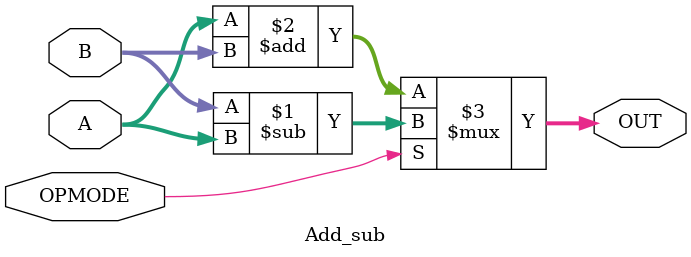
<source format=v>
module Add_sub(A,B,OUT,OPMODE);
parameter SIZE = 18;
input [SIZE-1:0] A,B;
input OPMODE;
output [SIZE-1:0] OUT;
assign OUT = (OPMODE) ? (B-A):(A+B);
endmodule
</source>
